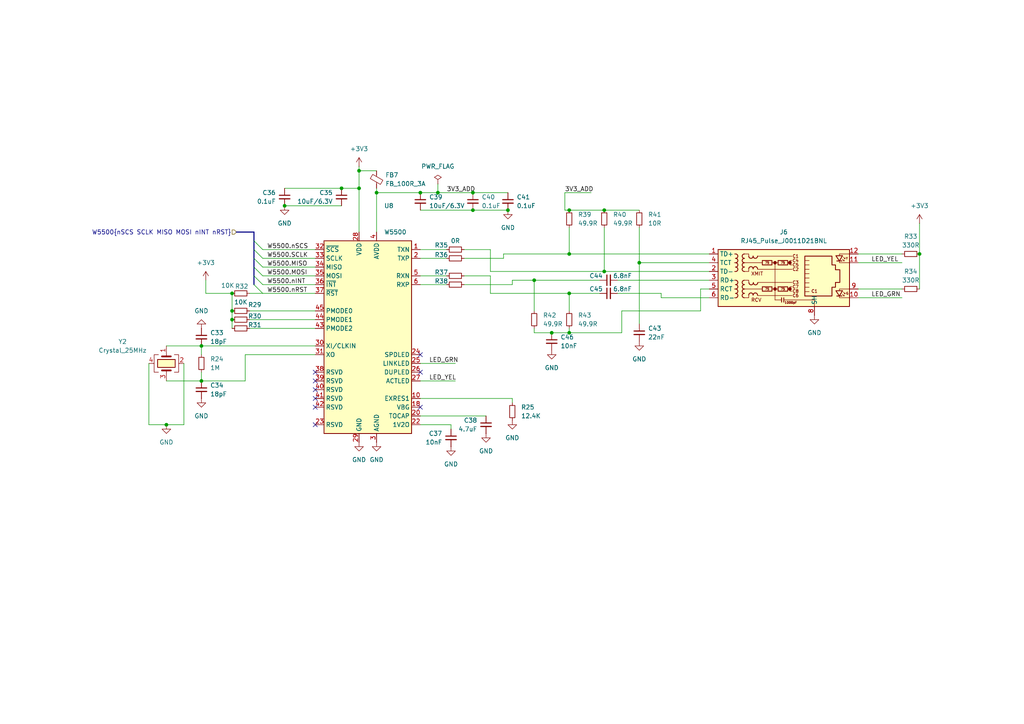
<source format=kicad_sch>
(kicad_sch (version 20231120) (generator "eeschema") (generator_version "8.0")
  (paper "A4")
  (title_block (title "${PROJECTNAME}") (date "2024-08-25") (rev "${VERSION}") (company "R. Veips"))
  (lib_symbols
    (symbol "Device:C_Small" (pin_numbers hide) (pin_names (offset 0.254) hide)
      (property "Reference" "C" (at 0.254 1.778 0))
      (property "Value" "C_Small" (at 0.254 -2.032 0))
      (symbol "C_Small_0_1"
        (polyline (pts (xy -1.524 -0.508) (xy 1.524 -0.508)) (stroke (width 0.3302)))
        (polyline (pts (xy -1.524 0.508) (xy 1.524 0.508)) (stroke (width 0.3048)))
      )
      (symbol "C_Small_1_1"
        (pin passive line (at 0 2.54 270) (length 2.032) (name "~") (number "1"))
        (pin passive line (at 0 -2.54 90) (length 2.032) (name "~") (number "2"))
      )
    )
    (symbol "Device:R_Small" (pin_numbers hide) (pin_names (offset 0.254) hide)
      (property "Reference" "R" (at 0.762 0.508 0))
      (property "Value" "R_Small" (at 0.762 -1.016 0))
      (symbol "R_Small_0_1"
        (rectangle (start -0.762 1.778) (end 0.762 -1.778) (stroke (width 0.2032)))
      )
      (symbol "R_Small_1_1"
        (pin passive line (at 0 2.54 270) (length 0.762) (name "~") (number "1"))
        (pin passive line (at 0 -2.54 90) (length 0.762) (name "~") (number "2"))
      )
    )
    (symbol "Interface_Ethernet:W5500"
      (property "Reference" "U" (at -11.43 29.21 0))
      (property "Value" "W5500" (at 8.89 29.21 0))
      (symbol "W5500_0_1"
        (rectangle (start -12.7 27.94) (end 12.7 -27.94) (stroke (width 0.254)) (fill (type background)))
      )
      (symbol "W5500_1_1"
        (pin output line (at 15.24 25.4 180) (length 2.54) (name "TXN") (number "1"))
        (pin passive line (at 15.24 -17.78 180) (length 2.54) (name "EXRES1") (number "10"))
        (pin passive line (at 2.54 30.48 270) (length 2.54) hide (name "AVDD") (number "11"))
        (pin no_connect line (at 12.7 7.62 180) (length 2.54) hide (name "NC") (number "12"))
        (pin no_connect line (at 12.7 5.08 180) (length 2.54) hide (name "NC") (number "13"))
        (pin passive line (at 2.54 -30.48 90) (length 2.54) hide (name "AGND") (number "14"))
        (pin passive line (at 2.54 30.48 270) (length 2.54) hide (name "AVDD") (number "15"))
        (pin passive line (at 2.54 -30.48 90) (length 2.54) hide (name "AGND") (number "16"))
        (pin passive line (at 2.54 30.48 270) (length 2.54) hide (name "AVDD") (number "17"))
        (pin passive line (at 15.24 -20.32 180) (length 2.54) (name "VBG") (number "18"))
        (pin passive line (at 2.54 -30.48 90) (length 2.54) hide (name "AGND") (number "19"))
        (pin output line (at 15.24 22.86 180) (length 2.54) (name "TXP") (number "2"))
        (pin passive line (at 15.24 -22.86 180) (length 2.54) (name "TOCAP") (number "20"))
        (pin passive line (at 2.54 30.48 270) (length 2.54) hide (name "AVDD") (number "21"))
        (pin output line (at 15.24 -25.4 180) (length 2.54) (name "1V2O") (number "22"))
        (pin input line (at -15.24 -25.4 0) (length 2.54) (name "RSVD") (number "23"))
        (pin output line (at 15.24 -5.08 180) (length 2.54) (name "SPDLED") (number "24"))
        (pin output line (at 15.24 -7.62 180) (length 2.54) (name "LINKLED") (number "25"))
        (pin output line (at 15.24 -10.16 180) (length 2.54) (name "DUPLED") (number "26"))
        (pin output line (at 15.24 -12.7 180) (length 2.54) (name "ACTLED") (number "27"))
        (pin power_in line (at -2.54 30.48 270) (length 2.54) (name "VDD") (number "28"))
        (pin power_in line (at -2.54 -30.48 90) (length 2.54) (name "GND") (number "29"))
        (pin power_in line (at 2.54 -30.48 90) (length 2.54) (name "AGND") (number "3"))
        (pin input line (at -15.24 -2.54 0) (length 2.54) (name "XI/CLKIN") (number "30"))
        (pin output line (at -15.24 -5.08 0) (length 2.54) (name "XO") (number "31"))
        (pin input line (at -15.24 25.4 0) (length 2.54) (name "~{SCS}") (number "32"))
        (pin input line (at -15.24 22.86 0) (length 2.54) (name "SCLK") (number "33"))
        (pin output line (at -15.24 20.32 0) (length 2.54) (name "MISO") (number "34"))
        (pin input line (at -15.24 17.78 0) (length 2.54) (name "MOSI") (number "35"))
        (pin input line (at -15.24 15.24 0) (length 2.54) (name "~{INT}") (number "36"))
        (pin input line (at -15.24 12.7 0) (length 2.54) (name "~{RST}") (number "37"))
        (pin input line (at -15.24 -10.16 0) (length 2.54) (name "RSVD") (number "38"))
        (pin input line (at -15.24 -12.7 0) (length 2.54) (name "RSVD") (number "39"))
        (pin power_in line (at 2.54 30.48 270) (length 2.54) (name "AVDD") (number "4"))
        (pin input line (at -15.24 -15.24 0) (length 2.54) (name "RSVD") (number "40"))
        (pin input line (at -15.24 -17.78 0) (length 2.54) (name "RSVD") (number "41"))
        (pin input line (at -15.24 -20.32 0) (length 2.54) (name "RSVD") (number "42"))
        (pin input line (at -15.24 2.54 0) (length 2.54) (name "PMODE2") (number "43"))
        (pin input line (at -15.24 5.08 0) (length 2.54) (name "PMODE1") (number "44"))
        (pin input line (at -15.24 7.62 0) (length 2.54) (name "PMODE0") (number "45"))
        (pin no_connect line (at 12.7 2.54 180) (length 2.54) hide (name "NC") (number "46"))
        (pin no_connect line (at 12.7 0 180) (length 2.54) hide (name "NC") (number "47"))
        (pin passive line (at 2.54 -30.48 90) (length 2.54) hide (name "AGND") (number "48"))
        (pin input line (at 15.24 17.78 180) (length 2.54) (name "RXN") (number "5"))
        (pin input line (at 15.24 15.24 180) (length 2.54) (name "RXP") (number "6"))
        (pin no_connect line (at 12.7 10.16 180) (length 2.54) hide (name "DNC") (number "7"))
        (pin passive line (at 2.54 30.48 270) (length 2.54) hide (name "AVDD") (number "8"))
        (pin passive line (at 2.54 -30.48 90) (length 2.54) hide (name "AGND") (number "9"))
      )
    )
    (symbol "hadv-connectors:RJ45_Pulse_J0011D21BNL"
      (property "Reference" "J" (at 17.78 10.16 0))
      (property "Value" "RJ45_Pulse_J0011D21BNL" (at -6.35 10.16 0))
      (symbol "RJ45_Pulse_J0011D21BNL_0_0"
        (circle (center -1.27 -2.54) (radius 0.0001) (stroke (width 0.508)))
        (circle (center -1.27 5.08) (radius 0.0001) (stroke (width 0.508)))
        (polyline (pts (xy -1.27 5.08) (xy -1.27 -5.715)))
        (polyline (pts (xy 0.635 -5.08) (xy 0.635 -6.35)) (stroke (width 0.254)))
        (polyline (pts (xy 1.27 -5.08) (xy 1.27 -6.35)) (stroke (width 0.254)))
        (polyline (pts (xy 3.048 -2.54) (xy 2.54 -2.54)))
        (polyline (pts (xy 3.048 5.08) (xy 2.54 5.08)))
        (polyline (pts (xy 17.399 -3.048) (xy 17.399 -2.54) (xy 20.32 -2.54)))
        (polyline (pts (xy 17.399 7.112) (xy 17.399 7.62) (xy 20.32 7.62)))
        (polyline (pts (xy 20.32 -5.08) (xy 17.399 -5.08) (xy 17.399 -4.572)))
        (polyline (pts (xy 20.32 5.08) (xy 17.399 5.08) (xy 17.399 5.588)))
        (polyline (pts (xy 3.683 -1.905) (xy 3.048 -1.905) (xy 3.048 -3.175) (xy 3.683 -3.175)))
        (polyline (pts (xy 3.683 5.715) (xy 3.048 5.715) (xy 3.048 4.445) (xy 3.683 4.445)))
        (circle (center 3.048 -2.54) (radius 0.0001) (stroke (width 0.508)))
        (circle (center 3.048 5.08) (radius 0.0001) (stroke (width 0.508)))
        (text "C1" (at 4.699 6.985 0) (effects (font (size 0.889 0.889))))
        (text "C1" (at 10.16 -3.175 0) (effects (font (size 0.889 0.889))))
        (text "C2" (at 4.699 3.175 0) (effects (font (size 0.889 0.889))))
        (text "C3" (at 4.699 -0.635 0) (effects (font (size 0.889 0.889))))
        (text "C4" (at 4.699 5.715 0) (effects (font (size 0.889 0.889))))
        (text "C5" (at 4.699 4.445 0) (effects (font (size 0.889 0.889))))
        (text "C6" (at 4.699 -4.445 0) (effects (font (size 0.889 0.889))))
        (text "C7" (at 4.699 -1.905 0) (effects (font (size 0.889 0.889))))
        (text "C8" (at 4.699 -3.175 0) (effects (font (size 0.889 0.889))))
        (text "RCV" (at -8.255 -5.715 0) (effects (font (size 1.016 1.016)) (justify left)))
        (text "XMIT" (at -8.255 1.905 0) (effects (font (size 1.016 1.016)) (justify left)))
      )
      (symbol "RJ45_Pulse_J0011D21BNL_0_1"
        (rectangle (start -17.78 8.89) (end 20.32 -7.62) (stroke (width 0.254)) (fill (type background)))
        (polyline (pts (xy -12.7 -5.08) (xy -13.081 -5.08)))
        (polyline (pts (xy -12.7 -2.54) (xy -13.081 -2.54)))
        (polyline (pts (xy -12.7 0) (xy -13.081 0)))
        (polyline (pts (xy -12.7 2.54) (xy -13.081 2.54)))
        (polyline (pts (xy -12.7 5.08) (xy -13.081 5.08)))
        (polyline (pts (xy -12.7 7.62) (xy -13.081 7.62)))
        (polyline (pts (xy -6.35 -4.445) (xy 3.683 -4.445)))
        (polyline (pts (xy -6.35 3.175) (xy 3.683 3.175)))
        (polyline (pts (xy -6.35 6.985) (xy 3.683 6.985)))
        (polyline (pts (xy -6.223 -0.635) (xy 3.683 -0.635)))
        (polyline (pts (xy -5.08 -2.54) (xy -10.16 -2.54)))
        (polyline (pts (xy -4.953 5.08) (xy -10.16 5.08)))
        (polyline (pts (xy -2.159 -2.54) (xy -0.381 -2.54)))
        (polyline (pts (xy -2.159 5.08) (xy -0.381 5.08)))
        (polyline (pts (xy 0.635 -5.715) (xy -1.27 -5.715)))
        (polyline (pts (xy 7.366 -2.032) (xy 8.636 -2.032)))
        (polyline (pts (xy 7.366 -0.762) (xy 8.636 -0.762)))
        (polyline (pts (xy 7.366 0.635) (xy 8.636 0.635)))
        (polyline (pts (xy 7.366 1.905) (xy 8.636 1.905)))
        (polyline (pts (xy 7.366 3.175) (xy 8.636 3.175)))
        (polyline (pts (xy 8.636 -3.302) (xy 7.366 -3.302)))
        (polyline (pts (xy 8.636 4.445) (xy 7.366 4.445)))
        (polyline (pts (xy 8.636 5.715) (xy 7.366 5.715)))
        (polyline (pts (xy 10.16 -5.715) (xy 1.27 -5.715)))
        (polyline (pts (xy 10.16 -5.715) (xy 10.16 -7.62)))
        (polyline (pts (xy -10.16 0) (xy -8.89 0) (xy -8.89 -0.635)))
        (polyline (pts (xy -10.16 7.62) (xy -8.89 7.62) (xy -8.89 6.985)))
        (polyline (pts (xy -8.89 -4.445) (xy -8.89 -5.08) (xy -10.16 -5.08)))
        (polyline (pts (xy -8.89 3.175) (xy -8.89 2.54) (xy -10.16 2.54)))
      )
      (symbol "RJ45_Pulse_J0011D21BNL_1_0"
        (text "1000pF" (at 3.302 -6.477 0) (effects (font (size 0.635 0.635))))
      )
      (symbol "RJ45_Pulse_J0011D21BNL_1_1"
        (arc (start -12.7 -1.27) (mid -12.0677 -0.635) (end -12.7 0) (stroke (width 0.254)))
        (arc (start -12.6973 -5.08) (mid -12.065 -4.445) (end -12.6973 -3.81) (stroke (width 0.254)))
        (arc (start -12.6973 -3.81) (mid -12.065 -3.175) (end -12.6973 -2.54) (stroke (width 0.254)))
        (arc (start -12.6973 -2.54) (mid -12.065 -1.905) (end -12.6973 -1.27) (stroke (width 0.254)))
        (arc (start -12.6973 6.35) (mid -12.065 6.985) (end -12.6973 7.62) (stroke (width 0.254)))
        (arc (start -12.6946 2.54) (mid -12.0623 3.175) (end -12.6946 3.81) (stroke (width 0.254)))
        (arc (start -12.6946 3.81) (mid -12.0623 4.445) (end -12.6946 5.08) (stroke (width 0.254)))
        (arc (start -12.6946 5.08) (mid -12.0623 5.715) (end -12.6946 6.35) (stroke (width 0.254)))
        (arc (start -10.1654 -2.54) (mid -10.7977 -3.175) (end -10.1654 -3.81) (stroke (width 0.254)))
        (arc (start -10.1654 -1.27) (mid -10.7977 -1.905) (end -10.1654 -2.54) (stroke (width 0.254)))
        (arc (start -10.1654 0) (mid -10.7977 -0.635) (end -10.1654 -1.27) (stroke (width 0.254)))
        (arc (start -10.1654 5.08) (mid -10.7977 4.445) (end -10.1654 3.81) (stroke (width 0.254)))
        (arc (start -10.1654 6.35) (mid -10.7977 5.715) (end -10.1654 5.08) (stroke (width 0.254)))
        (arc (start -10.1654 7.62) (mid -10.7977 6.985) (end -10.1654 6.35) (stroke (width 0.254)))
        (arc (start -10.1627 -3.81) (mid -10.795 -4.445) (end -10.1627 -5.08) (stroke (width 0.254)))
        (arc (start -10.1627 3.81) (mid -10.795 3.175) (end -10.1627 2.54) (stroke (width 0.254)))
        (arc (start -8.89 6.9823) (mid -8.255 6.35) (end -7.62 6.9823) (stroke (width 0.254)))
        (arc (start -8.8265 -0.7012) (mid -8.1915 -1.3335) (end -7.5565 -0.7012) (stroke (width 0.254)))
        (arc (start -7.62 -4.3153) (mid -8.255 -3.683) (end -8.89 -4.3153) (stroke (width 0.254)))
        (arc (start -7.62 3.3047) (mid -8.255 3.937) (end -8.89 3.3047) (stroke (width 0.254)))
        (arc (start -7.62 6.985) (mid -6.985 6.3527) (end -6.35 6.985) (stroke (width 0.254)))
        (arc (start -7.5565 -0.6985) (mid -6.9215 -1.3308) (end -6.2865 -0.6985) (stroke (width 0.254)))
        (arc (start -6.35 -4.3126) (mid -6.985 -3.6803) (end -7.62 -4.3126) (stroke (width 0.254)))
        (arc (start -6.35 3.3074) (mid -6.985 3.9397) (end -7.62 3.3074) (stroke (width 0.254)))
        (rectangle (start -4.953 -1.905) (end -2.159 -3.175) (stroke (width 0.254)))
        (rectangle (start -4.953 5.715) (end -2.159 4.445) (stroke (width 0.254)))
        (rectangle (start -0.381 -1.905) (end 2.413 -3.175) (stroke (width 0.254)))
        (rectangle (start -0.381 5.715) (end 2.413 4.445) (stroke (width 0.254)))
        (polyline (pts (xy 18.161 -4.572) (xy 16.637 -4.572)) (stroke (width 0.254)))
        (polyline (pts (xy 18.161 5.588) (xy 16.637 5.588)) (stroke (width 0.254)))
        (polyline (pts (xy 18.796 -4.572) (xy 18.796 -4.318)))
        (polyline (pts (xy 18.796 5.588) (xy 18.796 5.842)))
        (polyline (pts (xy 19.05 -3.937) (xy 19.05 -3.683)))
        (polyline (pts (xy 19.05 6.223) (xy 19.05 6.477)))
        (polyline (pts (xy 18.288 -4.064) (xy 18.796 -4.572) (xy 18.542 -4.572)))
        (polyline (pts (xy 18.288 6.096) (xy 18.796 5.588) (xy 18.542 5.588)))
        (polyline (pts (xy 18.542 -3.429) (xy 19.05 -3.937) (xy 18.796 -3.937)))
        (polyline (pts (xy 18.542 6.731) (xy 19.05 6.223) (xy 18.796 6.223)))
        (polyline (pts (xy 18.288 -3.048) (xy 16.383 -3.048) (xy 17.399 -4.572) (xy 18.288 -3.048)) (stroke (width 0.254)))
        (polyline (pts (xy 18.288 7.112) (xy 16.383 7.112) (xy 17.399 5.588) (xy 18.288 7.112)) (stroke (width 0.254)))
        (polyline (pts (xy 7.366 -4.572) (xy 7.366 6.985) (xy 15.24 6.985) (xy 15.24 4.445) (xy 16.256 4.445) (xy 16.256 3.048) (xy 17.526 3.048) (xy 17.526 -0.635) (xy 16.256 -0.635) (xy 16.256 -2.032) (xy 15.24 -2.032) (xy 15.24 -4.572) (xy 7.366 -4.572)) (stroke (width 0.254)))
        (text "75" (at -3.556 -2.54 0) (effects (font (size 0.635 0.635))))
        (text "75" (at -3.556 5.08 0) (effects (font (size 0.635 0.635))))
        (text "75" (at 1.016 -2.54 0) (effects (font (size 0.635 0.635))))
        (text "75" (at 1.016 5.08 0) (effects (font (size 0.635 0.635))))
        (text "G" (at 19.685 -3.81 0) (effects (font (size 0.635 0.635))))
        (text "Y" (at 19.558 6.35 0) (effects (font (size 0.635 0.635))))
        (pin passive line (at -20.32 7.62 0) (length 2.54) (name "TD+") (number "1"))
        (pin passive line (at 22.86 -5.08 180) (length 2.54) (name "") (number "10"))
        (pin passive line (at 22.86 5.08 180) (length 2.54) (name "") (number "11"))
        (pin passive line (at 22.86 7.62 180) (length 2.54) (name "") (number "12"))
        (pin passive line (at -20.32 2.54 0) (length 2.54) (name "TD-") (number "2"))
        (pin passive line (at -20.32 0 0) (length 2.54) (name "RD+") (number "3"))
        (pin passive line (at -20.32 5.08 0) (length 2.54) (name "TCT") (number "4"))
        (pin passive line (at -20.32 -2.54 0) (length 2.54) (name "RCT") (number "5"))
        (pin passive line (at -20.32 -5.08 0) (length 2.54) (name "RD-") (number "6"))
        (pin power_in line (at 10.16 -10.16 90) (length 2.54) (name "SH") (number "8"))
        (pin passive line (at 22.86 -2.54 180) (length 2.54) (name "") (number "9"))
      )
    )
    (symbol "hadv-mcu:Crystal_25MHz" (pin_names (offset 1.016) hide)
      (property "Reference" "Y" (at 3.175 5.08 0))
      (property "Value" "Crystal_25MHz" (at 3.175 3.175 0))
      (symbol "Crystal_25MHz_0_1"
        (rectangle (start -1.143 2.54) (end 1.143 -2.54) (stroke (width 0.254)) (fill (type background)))
        (polyline (pts (xy -2.54 0) (xy -2.032 0)))
        (polyline (pts (xy -2.032 -1.27) (xy -2.032 1.27)) (stroke (width 0.508)))
        (polyline (pts (xy 0 -3.81) (xy 0 -3.556)))
        (polyline (pts (xy 0 3.556) (xy 0 3.81)))
        (polyline (pts (xy 2.032 -1.27) (xy 2.032 1.27)) (stroke (width 0.508)))
        (polyline (pts (xy 2.032 0) (xy 2.54 0)))
        (polyline (pts (xy -2.54 -2.286) (xy -2.54 -3.556) (xy 2.54 -3.556) (xy 2.54 -2.286)))
        (polyline (pts (xy -2.54 2.286) (xy -2.54 3.556) (xy 2.54 3.556) (xy 2.54 2.286)))
      )
      (symbol "Crystal_25MHz_1_1"
        (pin passive line (at -5.08 0 0) (length 2.54) (name "1") (number "1"))
        (pin passive line (at 0 5.08 270) (length 1.27) (name "2") (number "2"))
        (pin passive line (at 5.08 0 180) (length 2.54) (name "3") (number "3"))
        (pin passive line (at 0 -5.08 90) (length 1.27) (name "4") (number "4"))
      )
    )
    (symbol "hadv-passives:FB_100R_3A" (pin_numbers hide) (pin_names (offset 0))
      (property "Reference" "FB" (at 1.905 1.27 0))
      (property "Value" "FB_100R_3A" (at 1.905 -1.27 0))
      (symbol "FB_100R_3A_0_1"
        (polyline (pts (xy 0 -1.27) (xy 0 -0.7874)))
        (polyline (pts (xy 0 0.889) (xy 0 1.2954)))
        (polyline (pts (xy -1.8288 0.2794) (xy -1.1176 1.4986) (xy 1.8288 -0.2032) (xy 1.1176 -1.4224) (xy -1.8288 0.2794)))
      )
      (symbol "FB_100R_3A_1_1"
        (pin passive line (at 0 2.54 270) (length 1.27) (name "~") (number "1"))
        (pin passive line (at 0 -2.54 90) (length 1.27) (name "~") (number "2"))
      )
    )
    (symbol "power:+3V3" (power) (pin_numbers hide) (pin_names (offset 0) hide)
      (property "Value" "+3V3" (at 0 3.556 0))
      (symbol "+3V3_0_1"
        (polyline (pts (xy -0.762 1.27) (xy 0 2.54)))
        (polyline (pts (xy 0 0) (xy 0 2.54)))
        (polyline (pts (xy 0 2.54) (xy 0.762 1.27)))
      )
      (symbol "+3V3_1_1"
        (pin power_in line (at 0 0 90) (length 0) (name "~") (number "1"))
      )
    )
    (symbol "power:GND" (power) (pin_numbers hide) (pin_names (offset 0) hide)
      (property "Value" "GND" (at 0 -3.81 0))
      (symbol "GND_0_1"
        (polyline (pts (xy 0 0) (xy 0 -1.27) (xy 1.27 -1.27) (xy 0 -2.54) (xy -1.27 -1.27) (xy 0 -1.27)))
      )
      (symbol "GND_1_1"
        (pin power_in line (at 0 0 270) (length 0) (name "~") (number "1"))
      )
    )
    (symbol "power:PWR_FLAG" (power) (pin_numbers hide) (pin_names (offset 0) hide)
      (property "Value" "PWR_FLAG" (at 0 3.81 0))
      (symbol "PWR_FLAG_0_0"
        (pin power_out line (at 0 0 90) (length 0) (name "~") (number "1"))
      )
      (symbol "PWR_FLAG_0_1"
        (polyline (pts (xy 0 0) (xy 0 1.27) (xy -1.016 1.905) (xy 0 2.54) (xy 1.016 1.905) (xy 0 1.27)))
      )
    )
  )
  (junction (at 175.26 78.74))
  (junction (at 104.14 54.61))
  (junction (at 58.42 110.49))
  (junction (at 137.16 55.88))
  (junction (at 165.1 60.96))
  (junction (at 67.31 90.17))
  (junction (at 266.7 73.66))
  (junction (at 58.42 100.33))
  (junction (at 67.31 92.71))
  (junction (at 165.1 73.66))
  (junction (at 185.42 76.2))
  (junction (at 82.55 59.69))
  (junction (at 147.32 60.96))
  (junction (at 121.92 55.88))
  (junction (at 154.94 81.28))
  (junction (at 127 55.88))
  (junction (at 109.22 55.88))
  (junction (at 104.14 49.53))
  (junction (at 137.16 60.96))
  (junction (at 165.1 85.09))
  (junction (at 165.1 96.52))
  (junction (at 48.26 123.19))
  (junction (at 160.02 96.52))
  (junction (at 99.06 54.61))
  (junction (at 67.31 85.09))
  (junction (at 175.26 60.96))
  (no_connect (at 91.44 110.49))
  (no_connect (at 91.44 107.95))
  (no_connect (at 91.44 113.03))
  (no_connect (at 121.92 107.95))
  (no_connect (at 121.92 102.87))
  (no_connect (at 121.92 118.11))
  (no_connect (at 91.44 118.11))
  (no_connect (at 91.44 115.57))
  (no_connect (at 91.44 123.19))
  (bus_entry (at 73.66 82.55) (size 2.54 2.54))
  (bus_entry (at 73.66 69.85) (size 2.54 2.54))
  (bus_entry (at 73.66 72.39) (size 2.54 2.54))
  (bus_entry (at 73.66 74.93) (size 2.54 2.54))
  (bus_entry (at 73.66 77.47) (size 2.54 2.54))
  (bus_entry (at 73.66 80.01) (size 2.54 2.54))
  (wire (pts (xy 121.92 123.19) (xy 130.81 123.19)))
  (wire (pts (xy 127 53.34) (xy 127 55.88)))
  (bus (pts (xy 73.66 80.01) (xy 73.66 77.47)))
  (wire (pts (xy 67.31 85.09) (xy 67.31 90.17)))
  (wire (pts (xy 121.92 72.39) (xy 129.54 72.39)))
  (wire (pts (xy 160.02 96.52) (xy 165.1 96.52)))
  (wire (pts (xy 134.62 82.55) (xy 148.59 82.55)))
  (wire (pts (xy 134.62 80.01) (xy 142.24 80.01)))
  (wire (pts (xy 266.7 64.77) (xy 266.7 73.66)))
  (wire (pts (xy 58.42 110.49) (xy 48.26 110.49)))
  (wire (pts (xy 154.94 81.28) (xy 148.59 81.28)))
  (wire (pts (xy 121.92 115.57) (xy 148.59 115.57)))
  (wire (pts (xy 76.2 77.47) (xy 91.44 77.47)))
  (wire (pts (xy 121.92 120.65) (xy 140.97 120.65)))
  (wire (pts (xy 148.59 115.57) (xy 148.59 116.84)))
  (wire (pts (xy 43.18 123.19) (xy 48.26 123.19)))
  (wire (pts (xy 248.92 83.82) (xy 261.62 83.82)))
  (wire (pts (xy 121.92 82.55) (xy 129.54 82.55)))
  (wire (pts (xy 59.69 81.28) (xy 59.69 85.09)))
  (wire (pts (xy 82.55 54.61) (xy 99.06 54.61)))
  (wire (pts (xy 67.31 85.09) (xy 59.69 85.09)))
  (wire (pts (xy 248.92 76.2) (xy 261.62 76.2)))
  (wire (pts (xy 121.92 80.01) (xy 129.54 80.01)))
  (wire (pts (xy 180.34 96.52) (xy 180.34 90.17)))
  (wire (pts (xy 53.34 105.41) (xy 53.34 123.19)))
  (wire (pts (xy 104.14 49.53) (xy 109.22 49.53)))
  (wire (pts (xy 142.24 78.74) (xy 142.24 72.39)))
  (wire (pts (xy 104.14 49.53) (xy 104.14 54.61)))
  (wire (pts (xy 58.42 100.33) (xy 58.42 102.87)))
  (wire (pts (xy 154.94 95.25) (xy 154.94 96.52)))
  (wire (pts (xy 185.42 76.2) (xy 185.42 93.98)))
  (wire (pts (xy 109.22 55.88) (xy 121.92 55.88)))
  (wire (pts (xy 127 55.88) (xy 137.16 55.88)))
  (wire (pts (xy 142.24 85.09) (xy 165.1 85.09)))
  (wire (pts (xy 58.42 100.33) (xy 91.44 100.33)))
  (bus (pts (xy 73.66 69.85) (xy 73.66 67.31)))
  (wire (pts (xy 154.94 96.52) (xy 160.02 96.52)))
  (wire (pts (xy 72.39 92.71) (xy 91.44 92.71)))
  (wire (pts (xy 163.83 55.88) (xy 163.83 60.96)))
  (wire (pts (xy 175.26 78.74) (xy 142.24 78.74)))
  (wire (pts (xy 266.7 73.66) (xy 266.7 83.82)))
  (wire (pts (xy 165.1 85.09) (xy 173.99 85.09)))
  (wire (pts (xy 43.18 105.41) (xy 43.18 123.19)))
  (wire (pts (xy 165.1 96.52) (xy 180.34 96.52)))
  (wire (pts (xy 203.2 83.82) (xy 205.74 83.82)))
  (wire (pts (xy 48.26 100.33) (xy 58.42 100.33)))
  (wire (pts (xy 175.26 66.04) (xy 175.26 78.74)))
  (wire (pts (xy 121.92 110.49) (xy 132.08 110.49)))
  (wire (pts (xy 165.1 60.96) (xy 175.26 60.96)))
  (wire (pts (xy 104.14 48.26) (xy 104.14 49.53)))
  (wire (pts (xy 76.2 74.93) (xy 91.44 74.93)))
  (wire (pts (xy 71.12 110.49) (xy 58.42 110.49)))
  (wire (pts (xy 165.1 66.04) (xy 165.1 73.66)))
  (wire (pts (xy 134.62 74.93) (xy 146.05 74.93)))
  (wire (pts (xy 121.92 60.96) (xy 137.16 60.96)))
  (wire (pts (xy 137.16 60.96) (xy 147.32 60.96)))
  (wire (pts (xy 72.39 90.17) (xy 91.44 90.17)))
  (wire (pts (xy 99.06 54.61) (xy 104.14 54.61)))
  (bus (pts (xy 73.66 72.39) (xy 73.66 69.85)))
  (wire (pts (xy 179.07 85.09) (xy 191.77 85.09)))
  (wire (pts (xy 142.24 80.01) (xy 142.24 85.09)))
  (wire (pts (xy 191.77 85.09) (xy 191.77 86.36)))
  (wire (pts (xy 121.92 74.93) (xy 129.54 74.93)))
  (wire (pts (xy 205.74 78.74) (xy 175.26 78.74)))
  (wire (pts (xy 58.42 107.95) (xy 58.42 110.49)))
  (wire (pts (xy 109.22 54.61) (xy 109.22 55.88)))
  (wire (pts (xy 173.99 81.28) (xy 154.94 81.28)))
  (wire (pts (xy 191.77 86.36) (xy 205.74 86.36)))
  (wire (pts (xy 165.1 73.66) (xy 205.74 73.66)))
  (wire (pts (xy 71.12 102.87) (xy 91.44 102.87)))
  (wire (pts (xy 180.34 90.17) (xy 203.2 90.17)))
  (wire (pts (xy 248.92 86.36) (xy 261.62 86.36)))
  (wire (pts (xy 146.05 74.93) (xy 146.05 73.66)))
  (wire (pts (xy 185.42 76.2) (xy 205.74 76.2)))
  (wire (pts (xy 76.2 80.01) (xy 91.44 80.01)))
  (wire (pts (xy 179.07 81.28) (xy 205.74 81.28)))
  (wire (pts (xy 203.2 90.17) (xy 203.2 83.82)))
  (wire (pts (xy 104.14 54.61) (xy 104.14 67.31)))
  (wire (pts (xy 76.2 82.55) (xy 91.44 82.55)))
  (wire (pts (xy 137.16 55.88) (xy 147.32 55.88)))
  (wire (pts (xy 72.39 85.09) (xy 76.2 85.09)))
  (wire (pts (xy 142.24 72.39) (xy 134.62 72.39)))
  (wire (pts (xy 67.31 90.17) (xy 67.31 92.71)))
  (wire (pts (xy 185.42 66.04) (xy 185.42 76.2)))
  (bus (pts (xy 73.66 74.93) (xy 73.66 72.39)))
  (wire (pts (xy 72.39 95.25) (xy 91.44 95.25)))
  (wire (pts (xy 148.59 81.28) (xy 148.59 82.55)))
  (wire (pts (xy 76.2 72.39) (xy 91.44 72.39)))
  (bus (pts (xy 73.66 77.47) (xy 73.66 74.93)))
  (wire (pts (xy 71.12 102.87) (xy 71.12 110.49)))
  (wire (pts (xy 165.1 85.09) (xy 165.1 90.17)))
  (wire (pts (xy 121.92 105.41) (xy 132.08 105.41)))
  (wire (pts (xy 163.83 60.96) (xy 165.1 60.96)))
  (wire (pts (xy 154.94 81.28) (xy 154.94 90.17)))
  (bus (pts (xy 73.66 82.55) (xy 73.66 80.01)))
  (wire (pts (xy 76.2 85.09) (xy 91.44 85.09)))
  (wire (pts (xy 163.83 55.88) (xy 171.45 55.88)))
  (wire (pts (xy 109.22 55.88) (xy 109.22 67.31)))
  (wire (pts (xy 48.26 123.19) (xy 53.34 123.19)))
  (wire (pts (xy 82.55 59.69) (xy 99.06 59.69)))
  (wire (pts (xy 175.26 60.96) (xy 185.42 60.96)))
  (wire (pts (xy 146.05 73.66) (xy 165.1 73.66)))
  (wire (pts (xy 121.92 55.88) (xy 127 55.88)))
  (wire (pts (xy 130.81 124.46) (xy 130.81 123.19)))
  (wire (pts (xy 67.31 92.71) (xy 67.31 95.25)))
  (bus (pts (xy 68.58 67.31) (xy 73.66 67.31)))
  (wire (pts (xy 248.92 73.66) (xy 261.62 73.66)))
  (wire (pts (xy 165.1 95.25) (xy 165.1 96.52)))
  (label "LED_GRN" (at 252.73 86.36 0))
  (label "3V3_ADD" (at 129.54 55.88 0))
  (label "W5500.nINT" (at 77.47 82.55 0))
  (label "3V3_ADD" (at 163.83 55.88 0))
  (label "W5500.nSCS" (at 77.47 72.39 0))
  (label "W5500.SCLK" (at 77.47 74.93 0))
  (label "W5500.MOSI" (at 77.47 80.01 0))
  (label "LED_YEL" (at 124.46 110.49 0))
  (label "W5500.nRST" (at 77.47 85.09 0))
  (label "W5500.MISO" (at 77.47 77.47 0))
  (label "LED_GRN" (at 124.46 105.41 0))
  (label "LED_YEL" (at 252.73 76.2 0))
  (hierarchical_label "W5500{nSCS SCLK MISO MOSI nINT nRST}" (shape input) (at 68.58 67.31 180))
  (symbol (lib_id "power:GND") (at 104.14 128.27 0) (unit 1)
    (property "Reference" "#PWR069" (effects (hide yes)))
    (property "Value" "GND" (at 104.14 133.35 0))
    (property "Description" "Power symbol creates a global label with name \"GND\" , ground" (effects (hide yes)))
  )
  (symbol (lib_id "hadv-passives:FB_100R_3A") (at 109.22 52.07 0) (unit 1)
    (property "Reference" "FB7" (at 111.76 50.7618 0) (effects (justify left)))
    (property "Value" "FB_100R_3A" (at 111.76 53.3018 0) (effects (justify left)))
    (property "Footprint" "Inductor_SMD:L_0603_1608Metric" (effects (hide yes)))
    (property "Description" "Ferrite bead, small symbol" (effects (hide yes)))
    (property "MPN" "UPZ1608E101-3R0TF" (effects (hide yes)))
    (property "Manufacturer" "Sunlord" (effects (hide yes)))
    (property "LCSC#" "C96995" (effects (hide yes)))
  )
  (symbol (lib_id "Device:C_Small") (at 137.16 58.42 0) (mirror y) (unit 1)
    (property "Reference" "C40" (at 139.7 57.1562 0) (effects (justify right)))
    (property "Value" "0.1uF" (at 139.7 59.6962 0) (effects (justify right)))
    (property "Footprint" "Capacitor_SMD:C_0603_1608Metric" (effects (hide yes)))
    (property "Description" "Unpolarized capacitor, small symbol" (effects (hide yes)))
    (property "LCSC#" "C14663" (effects (hide yes)))
  )
  (symbol (lib_id "power:GND") (at 82.55 59.69 0) (unit 1)
    (property "Reference" "#PWR066" (effects (hide yes)))
    (property "Value" "GND" (at 82.55 64.77 0))
    (property "Description" "Power symbol creates a global label with name \"GND\" , ground" (effects (hide yes)))
  )
  (symbol (lib_id "Device:R_Small") (at 69.85 92.71 90) (unit 1)
    (property "Reference" "R30" (at 73.914 91.694 90))
    (property "Value" "10K" (effects (hide yes)))
    (property "Footprint" "Resistor_SMD:R_0603_1608Metric" (effects (hide yes)))
    (property "Description" "Resistor, small symbol" (effects (hide yes)))
    (property "LCSC#" "C98220" (effects (hide yes)))
  )
  (symbol (lib_id "Device:R_Small") (at 69.85 85.09 90) (unit 1)
    (property "Reference" "R32" (at 70.104 83.058 90))
    (property "Value" "10K" (at 66.04 82.804 90))
    (property "Footprint" "Resistor_SMD:R_0603_1608Metric" (effects (hide yes)))
    (property "Description" "Resistor, small symbol" (effects (hide yes)))
    (property "LCSC#" "C98220" (effects (hide yes)))
  )
  (symbol (lib_id "Device:R_Small") (at 132.08 82.55 90) (unit 1)
    (property "Reference" "R38" (at 128.016 81.534 90))
    (property "Value" "0R" (effects (hide yes)))
    (property "Footprint" "Resistor_SMD:R_0603_1608Metric" (effects (hide yes)))
    (property "Description" "Resistor, small symbol" (effects (hide yes)))
    (property "LCSC#" "C95177" (effects (hide yes)))
  )
  (symbol (lib_id "power:+3V3") (at 59.69 81.28 0) (unit 1)
    (property "Reference" "#PWR073" (effects (hide yes)))
    (property "Value" "+3V3" (at 59.69 76.2 0))
    (property "Description" "Power symbol creates a global label with name \"+3V3\"" (effects (hide yes)))
  )
  (symbol (lib_id "Device:R_Small") (at 175.26 63.5 0) (unit 1)
    (property "Reference" "R40" (at 177.8 62.2299 0) (effects (justify left)))
    (property "Value" "49.9R" (at 177.8 64.7699 0) (effects (justify left)))
    (property "Footprint" "Resistor_SMD:R_0603_1608Metric" (effects (hide yes)))
    (property "Description" "Resistor, small symbol" (effects (hide yes)))
    (property "LCSC#" "C114625" (effects (hide yes)))
  )
  (symbol (lib_id "Device:R_Small") (at 132.08 72.39 90) (unit 1)
    (property "Reference" "R35" (at 128.016 71.12 90))
    (property "Value" "0R" (at 132.08 69.85 90))
    (property "Footprint" "Resistor_SMD:R_0603_1608Metric" (effects (hide yes)))
    (property "Description" "Resistor, small symbol" (effects (hide yes)))
    (property "LCSC#" "C95177" (effects (hide yes)))
  )
  (symbol (lib_id "power:GND") (at 185.42 99.06 0) (unit 1)
    (property "Reference" "#PWR077" (effects (hide yes)))
    (property "Value" "GND" (at 185.42 104.14 0))
    (property "Description" "Power symbol creates a global label with name \"GND\" , ground" (effects (hide yes)))
  )
  (symbol (lib_id "power:GND") (at 130.81 129.54 0) (unit 1)
    (property "Reference" "#PWR070" (effects (hide yes)))
    (property "Value" "GND" (at 130.81 134.62 0))
    (property "Description" "Power symbol creates a global label with name \"GND\" , ground" (effects (hide yes)))
  )
  (symbol (lib_id "Device:R_Small") (at 132.08 74.93 90) (unit 1)
    (property "Reference" "R36" (at 128.016 73.914 90))
    (property "Value" "0R" (effects (hide yes)))
    (property "Footprint" "Resistor_SMD:R_0603_1608Metric" (effects (hide yes)))
    (property "Description" "Resistor, small symbol" (effects (hide yes)))
    (property "LCSC#" "C95177" (effects (hide yes)))
  )
  (symbol (lib_id "Device:R_Small") (at 69.85 95.25 90) (unit 1)
    (property "Reference" "R31" (at 73.914 94.234 90))
    (property "Value" "10K" (effects (hide yes)))
    (property "Footprint" "Resistor_SMD:R_0603_1608Metric" (effects (hide yes)))
    (property "Description" "Resistor, small symbol" (effects (hide yes)))
    (property "LCSC#" "C98220" (effects (hide yes)))
  )
  (symbol (lib_id "power:GND") (at 148.59 121.92 0) (unit 1)
    (property "Reference" "#PWR072" (effects (hide yes)))
    (property "Value" "GND" (at 148.59 127 0))
    (property "Description" "Power symbol creates a global label with name \"GND\" , ground" (effects (hide yes)))
  )
  (symbol (lib_id "power:GND") (at 58.42 95.25 180) (unit 1)
    (property "Reference" "#PWR065" (effects (hide yes)))
    (property "Value" "GND" (at 58.42 90.17 0))
    (property "Description" "Power symbol creates a global label with name \"GND\" , ground" (effects (hide yes)))
  )
  (symbol (lib_id "Device:R_Small") (at 185.42 63.5 0) (unit 1)
    (property "Reference" "R41" (at 187.96 62.2299 0) (effects (justify left)))
    (property "Value" "10R" (at 187.96 64.7699 0) (effects (justify left)))
    (property "Footprint" "Resistor_SMD:R_0603_1608Metric" (effects (hide yes)))
    (property "Description" "Resistor, small symbol" (effects (hide yes)))
    (property "LCSC#" "C109318" (effects (hide yes)))
  )
  (symbol (lib_id "Device:R_Small") (at 165.1 92.71 0) (unit 1)
    (property "Reference" "R43" (at 167.64 91.4399 0) (effects (justify left)))
    (property "Value" "49.9R" (at 167.64 93.9799 0) (effects (justify left)))
    (property "Footprint" "Resistor_SMD:R_0603_1608Metric" (effects (hide yes)))
    (property "Description" "Resistor, small symbol" (effects (hide yes)))
    (property "LCSC#" "C114625" (effects (hide yes)))
  )
  (symbol (lib_id "Device:C_Small") (at 140.97 123.19 0) (unit 1)
    (property "Reference" "C38" (at 138.43 121.9262 0) (effects (justify right)))
    (property "Value" "4.7uF" (at 138.43 124.4662 0) (effects (justify right)))
    (property "Footprint" "Capacitor_SMD:C_0603_1608Metric" (effects (hide yes)))
    (property "Description" "Unpolarized capacitor, small symbol" (effects (hide yes)))
    (property "LCSC#" "C1705" (effects (hide yes)))
  )
  (symbol (lib_id "Device:C_Small") (at 82.55 57.15 0) (unit 1)
    (property "Reference" "C36" (at 80.01 55.8862 0) (effects (justify right)))
    (property "Value" "0.1uF" (at 80.01 58.4262 0) (effects (justify right)))
    (property "Footprint" "Capacitor_SMD:C_0603_1608Metric" (effects (hide yes)))
    (property "Description" "Unpolarized capacitor, small symbol" (effects (hide yes)))
    (property "LCSC#" "C14663" (effects (hide yes)))
  )
  (symbol (lib_id "Device:C_Small") (at 58.42 113.03 0) (unit 1)
    (property "Reference" "C34" (at 60.96 111.7662 0) (effects (justify left)))
    (property "Value" "18pF" (at 60.96 114.3062 0) (effects (justify left)))
    (property "Footprint" "Capacitor_SMD:C_0603_1608Metric" (effects (hide yes)))
    (property "Description" "Unpolarized capacitor, small symbol" (effects (hide yes)))
    (property "LCSC#" "C92671" (effects (hide yes)))
  )
  (symbol (lib_id "Device:C_Small") (at 147.32 58.42 0) (mirror y) (unit 1)
    (property "Reference" "C41" (at 149.86 57.1562 0) (effects (justify right)))
    (property "Value" "0.1uF" (at 149.86 59.6962 0) (effects (justify right)))
    (property "Footprint" "Capacitor_SMD:C_0603_1608Metric" (effects (hide yes)))
    (property "Description" "Unpolarized capacitor, small symbol" (effects (hide yes)))
    (property "LCSC#" "C14663" (effects (hide yes)))
  )
  (symbol (lib_id "Device:C_Small") (at 58.42 97.79 0) (unit 1)
    (property "Reference" "C33" (at 60.96 96.5262 0) (effects (justify left)))
    (property "Value" "18pF" (at 60.96 99.0662 0) (effects (justify left)))
    (property "Footprint" "Capacitor_SMD:C_0603_1608Metric" (effects (hide yes)))
    (property "Description" "Unpolarized capacitor, small symbol" (effects (hide yes)))
    (property "LCSC#" "C92671" (effects (hide yes)))
  )
  (symbol (lib_id "Device:C_Small") (at 176.53 81.28 90) (mirror x) (unit 1)
    (property "Reference" "C44" (at 170.942 80.01 90) (effects (justify right)))
    (property "Value" "6.8nF" (at 177.8 80.01 90) (effects (justify right)))
    (property "Footprint" "Capacitor_SMD:C_0603_1608Metric" (effects (hide yes)))
    (property "Description" "Unpolarized capacitor, small symbol" (effects (hide yes)))
    (property "LCSC#" "C1631" (effects (hide yes)))
  )
  (symbol (lib_id "hadv-connectors:RJ45_Pulse_J0011D21BNL") (at 226.06 81.28 0) (unit 1)
    (property "Reference" "J6" (at 227.33 67.31 0))
    (property "Value" "RJ45_Pulse_J0011D21BNL" (at 227.33 69.85 0))
    (property "Footprint" "hadv-connectors:RJ45_J0011D21BNL" (effects (hide yes)))
    (property "Datasheet" "https://eu.mouser.com/datasheet/2/447/J403-3072099.pdf" (effects (hide yes)))
    (property "Description" "LAN Transformer Jack, RJ45, 10/100 BaseT" (effects (hide yes)))
    (property "MPN" "J0011D21BNL" (effects (hide yes)))
    (property "Manufacturer" "Pulse" (effects (hide yes)))
    (property "LCSC#" "C455444" (effects (hide yes)))
  )
  (symbol (lib_id "power:GND") (at 236.22 91.44 0) (unit 1)
    (property "Reference" "#PWR076" (effects (hide yes)))
    (property "Value" "GND" (at 236.22 96.52 0))
    (property "Description" "Power symbol creates a global label with name \"GND\" , ground" (effects (hide yes)))
  )
  (symbol (lib_id "Device:C_Small") (at 121.92 58.42 0) (mirror y) (unit 1)
    (property "Reference" "C39" (at 124.46 57.1562 0) (effects (justify right)))
    (property "Value" "10uF/6.3V" (at 124.46 59.6962 0) (effects (justify right)))
    (property "Footprint" "Capacitor_SMD:C_0603_1608Metric" (effects (hide yes)))
    (property "Description" "Unpolarized capacitor, small symbol" (effects (hide yes)))
    (property "LCSC#" "C85713" (effects (hide yes)))
  )
  (symbol (lib_id "Device:R_Small") (at 58.42 105.41 0) (unit 1)
    (property "Reference" "R24" (at 60.96 104.1399 0) (effects (justify left)))
    (property "Value" "1M" (at 60.96 106.6799 0) (effects (justify left)))
    (property "Footprint" "Resistor_SMD:R_0603_1608Metric" (effects (hide yes)))
    (property "Description" "Resistor, small symbol" (effects (hide yes)))
    (property "LCSC#" "C107698" (effects (hide yes)))
  )
  (symbol (lib_id "Device:C_Small") (at 99.06 57.15 0) (unit 1)
    (property "Reference" "C35" (at 96.52 55.8862 0) (effects (justify right)))
    (property "Value" "10uF/6.3V" (at 96.52 58.4262 0) (effects (justify right)))
    (property "Footprint" "Capacitor_SMD:C_0603_1608Metric" (effects (hide yes)))
    (property "Description" "Unpolarized capacitor, small symbol" (effects (hide yes)))
    (property "LCSC#" "C85713" (effects (hide yes)))
  )
  (symbol (lib_id "power:GND") (at 109.22 128.27 0) (unit 1)
    (property "Reference" "#PWR068" (effects (hide yes)))
    (property "Value" "GND" (at 109.22 133.35 0))
    (property "Description" "Power symbol creates a global label with name \"GND\" , ground" (effects (hide yes)))
  )
  (symbol (lib_id "Interface_Ethernet:W5500") (at 106.68 97.79 0) (unit 1)
    (property "Reference" "U8" (at 111.4141 59.69 0) (effects (justify left)))
    (property "Value" "W5500" (at 111.4141 67.31 0) (effects (justify left)))
    (property "Footprint" "Package_QFP:LQFP-48_7x7mm_P0.5mm" (effects (hide yes)))
    (property "Datasheet" "http://wizwiki.net/wiki/lib/exe/fetch.php/products:w5500:w5500_ds_v109e.pdf" (effects (hide yes)))
    (property "Description" "10/100Mb SPI Ethernet controller with TCP/IP stack, LQFP-48" (effects (hide yes)))
    (property "LCSC#" "C32843" (effects (hide yes)))
  )
  (symbol (lib_id "power:GND") (at 147.32 60.96 0) (unit 1)
    (property "Reference" "#PWR074" (effects (hide yes)))
    (property "Value" "GND" (at 147.32 66.04 0))
    (property "Description" "Power symbol creates a global label with name \"GND\" , ground" (effects (hide yes)))
  )
  (symbol (lib_id "Device:C_Small") (at 160.02 99.06 0) (mirror y) (unit 1)
    (property "Reference" "C46" (at 162.56 97.7962 0) (effects (justify right)))
    (property "Value" "10nF" (at 162.56 100.3362 0) (effects (justify right)))
    (property "Footprint" "Capacitor_SMD:C_0603_1608Metric" (effects (hide yes)))
    (property "Description" "Unpolarized capacitor, small symbol" (effects (hide yes)))
    (property "LCSC#" "C100042" (effects (hide yes)))
  )
  (symbol (lib_id "power:GND") (at 160.02 101.6 0) (unit 1)
    (property "Reference" "#PWR078" (effects (hide yes)))
    (property "Value" "GND" (at 160.02 106.68 0))
    (property "Description" "Power symbol creates a global label with name \"GND\" , ground" (effects (hide yes)))
  )
  (symbol (lib_id "Device:C_Small") (at 130.81 127 0) (unit 1)
    (property "Reference" "C37" (at 128.27 125.7362 0) (effects (justify right)))
    (property "Value" "10nF" (at 128.27 128.2762 0) (effects (justify right)))
    (property "Footprint" "Capacitor_SMD:C_0603_1608Metric" (effects (hide yes)))
    (property "Description" "Unpolarized capacitor, small symbol" (effects (hide yes)))
    (property "LCSC#" "C100042" (effects (hide yes)))
  )
  (symbol (lib_id "Device:R_Small") (at 148.59 119.38 0) (unit 1)
    (property "Reference" "R25" (at 151.13 118.1099 0) (effects (justify left)))
    (property "Value" "12.4K" (at 151.13 120.6499 0) (effects (justify left)))
    (property "Footprint" "Resistor_SMD:R_0603_1608Metric" (effects (hide yes)))
    (property "Description" "Resistor, small symbol" (effects (hide yes)))
    (property "LCSC#" "C22865" (effects (hide yes)))
  )
  (symbol (lib_id "power:GND") (at 140.97 125.73 0) (unit 1)
    (property "Reference" "#PWR071" (effects (hide yes)))
    (property "Value" "GND" (at 140.97 130.81 0))
    (property "Description" "Power symbol creates a global label with name \"GND\" , ground" (effects (hide yes)))
  )
  (symbol (lib_id "power:+3V3") (at 266.7 64.77 0) (unit 1)
    (property "Reference" "#PWR075" (effects (hide yes)))
    (property "Value" "+3V3" (at 266.7 59.69 0))
    (property "Description" "Power symbol creates a global label with name \"+3V3\"" (effects (hide yes)))
  )
  (symbol (lib_id "power:+3V3") (at 104.14 48.26 0) (unit 1)
    (property "Reference" "#PWR067" (effects (hide yes)))
    (property "Value" "+3V3" (at 104.14 43.18 0))
    (property "Description" "Power symbol creates a global label with name \"+3V3\"" (effects (hide yes)))
  )
  (symbol (lib_id "Device:R_Small") (at 264.16 83.82 90) (unit 1)
    (property "Reference" "R34" (at 264.16 78.74 90))
    (property "Value" "330R" (at 264.16 81.28 90))
    (property "Footprint" "Resistor_SMD:R_0603_1608Metric" (effects (hide yes)))
    (property "Description" "Resistor, small symbol" (effects (hide yes)))
    (property "LCSC#" "C105881" (effects (hide yes)))
  )
  (symbol (lib_id "power:GND") (at 58.42 115.57 0) (unit 1)
    (property "Reference" "#PWR063" (effects (hide yes)))
    (property "Value" "GND" (at 58.42 120.65 0))
    (property "Description" "Power symbol creates a global label with name \"GND\" , ground" (effects (hide yes)))
  )
  (symbol (lib_id "Device:R_Small") (at 165.1 63.5 0) (unit 1)
    (property "Reference" "R39" (at 167.64 62.2299 0) (effects (justify left)))
    (property "Value" "49.9R" (at 167.64 64.7699 0) (effects (justify left)))
    (property "Footprint" "Resistor_SMD:R_0603_1608Metric" (effects (hide yes)))
    (property "Description" "Resistor, small symbol" (effects (hide yes)))
    (property "LCSC#" "C114625" (effects (hide yes)))
  )
  (symbol (lib_id "hadv-mcu:Crystal_25MHz") (at 48.26 105.41 270) (unit 1)
    (property "Reference" "Y2" (at 35.56 99.0914 90))
    (property "Value" "Crystal_25MHz" (at 35.56 101.6314 90))
    (property "Footprint" "Crystal:Crystal_SMD_2520-4Pin_2.5x2.0mm" (effects (hide yes)))
    (property "Description" "25MHz SMD crystal oscillator 10pF ±10ppm ±30ppm SMD2520-4P Crystals ROHS" (effects (hide yes)))
    (property "MPN" "TXM25M0004252DBCEO00T" (effects (hide yes)))
    (property "Manufacturer" " Yajingxin" (effects (hide yes)))
    (property "LCSC#" "C284164" (effects (hide yes)))
  )
  (symbol (lib_id "Device:C_Small") (at 185.42 96.52 0) (mirror y) (unit 1)
    (property "Reference" "C43" (at 187.96 95.2562 0) (effects (justify right)))
    (property "Value" "22nF" (at 187.96 97.7962 0) (effects (justify right)))
    (property "Footprint" "Capacitor_SMD:C_0603_1608Metric" (effects (hide yes)))
    (property "Description" "Unpolarized capacitor, small symbol" (effects (hide yes)))
    (property "LCSC#" "C77571" (effects (hide yes)))
  )
  (symbol (lib_id "power:GND") (at 48.26 123.19 0) (unit 1)
    (property "Reference" "#PWR049" (effects (hide yes)))
    (property "Value" "GND" (at 48.26 128.27 0))
    (property "Description" "Power symbol creates a global label with name \"GND\" , ground" (effects (hide yes)))
  )
  (symbol (lib_id "power:PWR_FLAG") (at 127 53.34 0) (unit 1)
    (property "Reference" "#FLG09" (effects (hide yes)))
    (property "Value" "PWR_FLAG" (at 127 48.26 0))
    (property "Description" "Special symbol for telling ERC where power comes from" (effects (hide yes)))
  )
  (symbol (lib_id "Device:R_Small") (at 132.08 80.01 90) (unit 1)
    (property "Reference" "R37" (at 128.016 78.994 90))
    (property "Value" "0R" (effects (hide yes)))
    (property "Footprint" "Resistor_SMD:R_0603_1608Metric" (effects (hide yes)))
    (property "Description" "Resistor, small symbol" (effects (hide yes)))
    (property "LCSC#" "C95177" (effects (hide yes)))
  )
  (symbol (lib_id "Device:R_Small") (at 264.16 73.66 90) (unit 1)
    (property "Reference" "R33" (at 264.16 68.58 90))
    (property "Value" "330R" (at 264.16 71.12 90))
    (property "Footprint" "Resistor_SMD:R_0603_1608Metric" (effects (hide yes)))
    (property "Description" "Resistor, small symbol" (effects (hide yes)))
    (property "LCSC#" "C105881" (effects (hide yes)))
  )
  (symbol (lib_id "Device:R_Small") (at 69.85 90.17 90) (unit 1)
    (property "Reference" "R29" (at 73.914 88.392 90))
    (property "Value" "10K" (at 69.85 87.63 90))
    (property "Footprint" "Resistor_SMD:R_0603_1608Metric" (effects (hide yes)))
    (property "Description" "Resistor, small symbol" (effects (hide yes)))
    (property "LCSC#" "C98220" (effects (hide yes)))
  )
  (symbol (lib_id "Device:C_Small") (at 176.53 85.09 90) (mirror x) (unit 1)
    (property "Reference" "C45" (at 170.942 83.82 90) (effects (justify right)))
    (property "Value" "6.8nF" (at 177.8 83.82 90) (effects (justify right)))
    (property "Footprint" "Capacitor_SMD:C_0603_1608Metric" (effects (hide yes)))
    (property "Description" "Unpolarized capacitor, small symbol" (effects (hide yes)))
    (property "LCSC#" "C1631" (effects (hide yes)))
  )
  (symbol (lib_id "Device:R_Small") (at 154.94 92.71 0) (unit 1)
    (property "Reference" "R42" (at 157.48 91.4399 0) (effects (justify left)))
    (property "Value" "49.9R" (at 157.48 93.9799 0) (effects (justify left)))
    (property "Footprint" "Resistor_SMD:R_0603_1608Metric" (effects (hide yes)))
    (property "Description" "Resistor, small symbol" (effects (hide yes)))
    (property "LCSC#" "C114625" (effects (hide yes)))
  )
)
</source>
